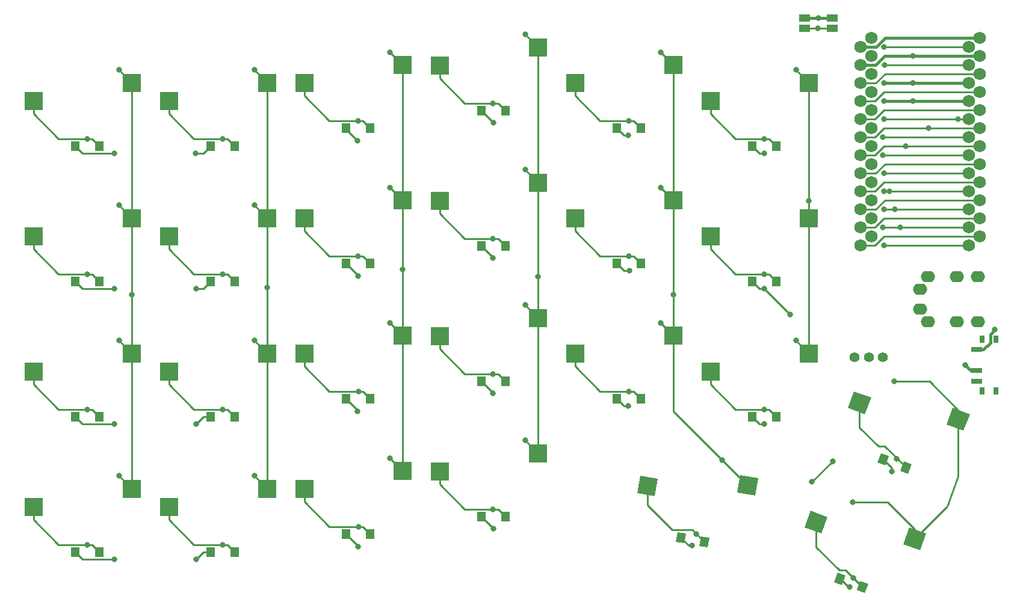
<source format=gbr>
%TF.GenerationSoftware,KiCad,Pcbnew,5.1.6-c6e7f7d~87~ubuntu20.04.1*%
%TF.CreationDate,2020-08-25T07:17:55-05:00*%
%TF.ProjectId,keaboard_rev1,6b656162-6f61-4726-945f-726576312e6b,rev?*%
%TF.SameCoordinates,Original*%
%TF.FileFunction,Copper,L2,Bot*%
%TF.FilePolarity,Positive*%
%FSLAX46Y46*%
G04 Gerber Fmt 4.6, Leading zero omitted, Abs format (unit mm)*
G04 Created by KiCad (PCBNEW 5.1.6-c6e7f7d~87~ubuntu20.04.1) date 2020-08-25 07:17:55*
%MOMM*%
%LPD*%
G01*
G04 APERTURE LIST*
%TA.AperFunction,ComponentPad*%
%ADD10C,1.752600*%
%TD*%
%TA.AperFunction,SMDPad,CuDef*%
%ADD11R,0.800000X1.000000*%
%TD*%
%TA.AperFunction,SMDPad,CuDef*%
%ADD12R,1.500000X0.700000*%
%TD*%
%TA.AperFunction,ComponentPad*%
%ADD13C,1.397000*%
%TD*%
%TA.AperFunction,SMDPad,CuDef*%
%ADD14R,2.550000X2.500000*%
%TD*%
%TA.AperFunction,SMDPad,CuDef*%
%ADD15R,1.650000X1.050000*%
%TD*%
%TA.AperFunction,ComponentPad*%
%ADD16C,0.900000*%
%TD*%
%TA.AperFunction,ComponentPad*%
%ADD17O,2.000000X1.600000*%
%TD*%
%TA.AperFunction,SMDPad,CuDef*%
%ADD18R,1.200000X1.400000*%
%TD*%
%TA.AperFunction,SMDPad,CuDef*%
%ADD19C,0.100000*%
%TD*%
%TA.AperFunction,ViaPad*%
%ADD20C,0.800000*%
%TD*%
%TA.AperFunction,Conductor*%
%ADD21C,0.254000*%
%TD*%
%TA.AperFunction,Conductor*%
%ADD22C,0.381000*%
%TD*%
G04 APERTURE END LIST*
D10*
%TO.P,U1,2*%
%TO.N,Net-(U1-Pad2)*%
X162544000Y-34477000D03*
%TO.P,U1,20*%
%TO.N,Net-(U1-Pad20)*%
X147304000Y-42097000D03*
%TO.P,U1,19*%
%TO.N,TRRS_TIP*%
X147304000Y-44637000D03*
%TO.P,U1,21*%
%TO.N,Net-(U1-Pad21)*%
X147304000Y-39557000D03*
%TO.P,U1,22*%
%TO.N,RESET*%
X147304000Y-37017000D03*
%TO.P,U1,23*%
%TO.N,GND*%
X147304000Y-34477000D03*
%TO.P,U1,12*%
%TO.N,COL1*%
X162544000Y-59877000D03*
%TO.P,U1,24*%
%TO.N,RAW*%
X147304000Y-31937000D03*
%TO.P,U1,3*%
%TO.N,GND*%
X162544000Y-37017000D03*
%TO.P,U1,5*%
%TO.N,TRRS_SLEEVE*%
X162544000Y-42097000D03*
%TO.P,U1,4*%
%TO.N,GND*%
X162544000Y-39557000D03*
%TO.P,U1,15*%
%TO.N,COL4*%
X147304000Y-54797000D03*
%TO.P,U1,14*%
%TO.N,COL3*%
X147304000Y-57337000D03*
%TO.P,U1,13*%
%TO.N,COL2*%
X147304000Y-59877000D03*
%TO.P,U1,18*%
%TO.N,COL7*%
X147304000Y-47177000D03*
%TO.P,U1,17*%
%TO.N,COL6*%
X147304000Y-49717000D03*
%TO.P,U1,16*%
%TO.N,COL5*%
X147304000Y-52257000D03*
%TO.P,U1,10*%
%TO.N,ROW3*%
X162544000Y-54797000D03*
%TO.P,U1,11*%
%TO.N,ROW4*%
X162544000Y-57337000D03*
%TO.P,U1,6*%
%TO.N,Net-(U1-Pad6)*%
X162544000Y-44637000D03*
%TO.P,U1,1*%
%TO.N,Net-(U1-Pad1)*%
X162544000Y-31937000D03*
%TO.P,U1,7*%
%TO.N,Net-(U1-Pad7)*%
X162544000Y-47177000D03*
%TO.P,U1,9*%
%TO.N,ROW2*%
X162544000Y-52257000D03*
%TO.P,U1,8*%
%TO.N,ROW1*%
X162544000Y-49717000D03*
%TO.P,U1,1*%
%TO.N,Net-(U1-Pad1)*%
X148844000Y-30607000D03*
%TO.P,U1,2*%
%TO.N,Net-(U1-Pad2)*%
X148844000Y-33147000D03*
%TO.P,U1,3*%
%TO.N,GND*%
X148844000Y-35687000D03*
%TO.P,U1,4*%
X148844000Y-38227000D03*
%TO.P,U1,5*%
%TO.N,TRRS_SLEEVE*%
X148844000Y-40767000D03*
%TO.P,U1,6*%
%TO.N,Net-(U1-Pad6)*%
X148844000Y-43307000D03*
%TO.P,U1,7*%
%TO.N,Net-(U1-Pad7)*%
X148844000Y-45847000D03*
%TO.P,U1,8*%
%TO.N,ROW1*%
X148844000Y-48387000D03*
%TO.P,U1,9*%
%TO.N,ROW2*%
X148844000Y-50927000D03*
%TO.P,U1,10*%
%TO.N,ROW3*%
X148844000Y-53467000D03*
%TO.P,U1,11*%
%TO.N,ROW4*%
X148844000Y-56007000D03*
%TO.P,U1,13*%
%TO.N,COL2*%
X164084000Y-58547000D03*
%TO.P,U1,14*%
%TO.N,COL3*%
X164084000Y-56007000D03*
%TO.P,U1,15*%
%TO.N,COL4*%
X164084000Y-53467000D03*
%TO.P,U1,16*%
%TO.N,COL5*%
X164084000Y-50927000D03*
%TO.P,U1,17*%
%TO.N,COL6*%
X164084000Y-48387000D03*
%TO.P,U1,18*%
%TO.N,COL7*%
X164084000Y-45847000D03*
%TO.P,U1,19*%
%TO.N,TRRS_TIP*%
X164084000Y-43307000D03*
%TO.P,U1,20*%
%TO.N,Net-(U1-Pad20)*%
X164084000Y-40767000D03*
%TO.P,U1,21*%
%TO.N,Net-(U1-Pad21)*%
X164084000Y-38227000D03*
%TO.P,U1,22*%
%TO.N,RESET*%
X164084000Y-35687000D03*
%TO.P,U1,23*%
%TO.N,GND*%
X164084000Y-33147000D03*
%TO.P,U1,12*%
%TO.N,COL1*%
X148844000Y-58547000D03*
%TO.P,U1,24*%
%TO.N,RAW*%
X164084000Y-30607000D03*
%TD*%
D11*
%TO.P,SW_PWR1,S1*%
%TO.N,N/C*%
X164389000Y-73058000D03*
D12*
%TO.P,SW_PWR1,1*%
%TO.N,RAW*%
X163604000Y-74458000D03*
D11*
%TO.P,SW_PWR1,S2*%
%TO.N,N/C*%
X166319000Y-73058000D03*
%TO.P,SW_PWR1,S4*%
X164389000Y-80358000D03*
D12*
%TO.P,SW_PWR1,3*%
%TO.N,Net-(SW_PWR1-Pad3)*%
X163604000Y-78958000D03*
D11*
%TO.P,SW_PWR1,S3*%
%TO.N,N/C*%
X166319000Y-80358000D03*
D12*
%TO.P,SW_PWR1,2*%
%TO.N,Net-(BAT1-Pad1)*%
X163604000Y-77458000D03*
%TD*%
D13*
%TO.P,BAT1,2*%
%TO.N,GND*%
X150431001Y-75565000D03*
%TO.P,BAT1,1*%
%TO.N,Net-(BAT1-Pad1)*%
X148431000Y-75565000D03*
%TO.P,BAT1,2*%
%TO.N,GND*%
X146430999Y-75565000D03*
%TD*%
D14*
%TO.P,K23,2*%
%TO.N,Net-(D23-Pad2)*%
X126161000Y-77597000D03*
%TO.P,K23,1*%
%TO.N,COL6*%
X140011000Y-75057000D03*
%TD*%
D15*
%TO.P,SW_RST1,4*%
%TO.N,RESET*%
X139426000Y-29300000D03*
%TO.P,SW_RST1,2*%
%TO.N,GND*%
X139426000Y-27850000D03*
%TO.P,SW_RST1,1*%
X143276000Y-27850000D03*
%TO.P,SW_RST1,3*%
%TO.N,RESET*%
X143276000Y-29300000D03*
D16*
%TO.P,SW_RST1,1*%
%TO.N,GND*%
X143376000Y-27775000D03*
%TO.P,SW_RST1,2*%
X139326000Y-27775000D03*
%TD*%
D14*
%TO.P,K22,1*%
%TO.N,COL6*%
X140011000Y-56007000D03*
%TO.P,K22,2*%
%TO.N,Net-(D22-Pad2)*%
X126161000Y-58547000D03*
%TD*%
%TO.P,K21,2*%
%TO.N,Net-(D21-Pad2)*%
X126161000Y-39497000D03*
%TO.P,K21,1*%
%TO.N,COL6*%
X140011000Y-36957000D03*
%TD*%
%TO.P,K01,1*%
%TO.N,COL1*%
X44761000Y-36957000D03*
%TO.P,K01,2*%
%TO.N,Net-(D01-Pad2)*%
X30911000Y-39497000D03*
%TD*%
D17*
%TO.P,TRRS1,R1*%
%TO.N,Net-(TRRS1-PadR1)*%
X160805000Y-64246000D03*
%TO.P,TRRS1,S*%
%TO.N,GND*%
X155705000Y-68846000D03*
%TO.P,TRRS1,R2*%
%TO.N,TRRS_SLEEVE*%
X163805000Y-64246000D03*
%TO.P,TRRS1,T*%
%TO.N,TRRS_TIP*%
X156805000Y-64246000D03*
%TO.P,TRRS1,R1*%
%TO.N,Net-(TRRS1-PadR1)*%
X160805000Y-70626000D03*
%TO.P,TRRS1,R2*%
%TO.N,TRRS_SLEEVE*%
X163805000Y-70626000D03*
%TO.P,TRRS1,T*%
%TO.N,TRRS_TIP*%
X156805000Y-70626000D03*
%TO.P,TRRS1,S*%
%TO.N,GND*%
X155705000Y-66026000D03*
%TD*%
D18*
%TO.P,D01,2*%
%TO.N,Net-(D01-Pad2)*%
X40181000Y-45847000D03*
%TO.P,D01,1*%
%TO.N,ROW1*%
X36781000Y-45847000D03*
%TD*%
%TO.P,D02,2*%
%TO.N,Net-(D02-Pad2)*%
X40181000Y-64897000D03*
%TO.P,D02,1*%
%TO.N,ROW2*%
X36781000Y-64897000D03*
%TD*%
%TO.P,D03,2*%
%TO.N,Net-(D03-Pad2)*%
X40181000Y-83947000D03*
%TO.P,D03,1*%
%TO.N,ROW3*%
X36781000Y-83947000D03*
%TD*%
%TO.P,D04,2*%
%TO.N,Net-(D04-Pad2)*%
X40181000Y-102997000D03*
%TO.P,D04,1*%
%TO.N,ROW4*%
X36781000Y-102997000D03*
%TD*%
%TO.P,D05,2*%
%TO.N,Net-(D05-Pad2)*%
X59231000Y-45847000D03*
%TO.P,D05,1*%
%TO.N,ROW1*%
X55831000Y-45847000D03*
%TD*%
%TO.P,D06,1*%
%TO.N,ROW2*%
X55831000Y-64897000D03*
%TO.P,D06,2*%
%TO.N,Net-(D06-Pad2)*%
X59231000Y-64897000D03*
%TD*%
%TO.P,D07,2*%
%TO.N,Net-(D07-Pad2)*%
X59231000Y-83947000D03*
%TO.P,D07,1*%
%TO.N,ROW3*%
X55831000Y-83947000D03*
%TD*%
%TO.P,D08,2*%
%TO.N,Net-(D08-Pad2)*%
X59231000Y-102997000D03*
%TO.P,D08,1*%
%TO.N,ROW4*%
X55831000Y-102997000D03*
%TD*%
%TO.P,D09,1*%
%TO.N,ROW1*%
X74881000Y-43347000D03*
%TO.P,D09,2*%
%TO.N,Net-(D09-Pad2)*%
X78281000Y-43347000D03*
%TD*%
%TO.P,D10,2*%
%TO.N,Net-(D10-Pad2)*%
X78281000Y-62397000D03*
%TO.P,D10,1*%
%TO.N,ROW2*%
X74881000Y-62397000D03*
%TD*%
%TO.P,D11,1*%
%TO.N,ROW3*%
X74881000Y-81447000D03*
%TO.P,D11,2*%
%TO.N,Net-(D11-Pad2)*%
X78281000Y-81447000D03*
%TD*%
%TO.P,D12,1*%
%TO.N,ROW4*%
X74881000Y-100497000D03*
%TO.P,D12,2*%
%TO.N,Net-(D12-Pad2)*%
X78281000Y-100497000D03*
%TD*%
%TO.P,D13,2*%
%TO.N,Net-(D13-Pad2)*%
X97331000Y-40847000D03*
%TO.P,D13,1*%
%TO.N,ROW1*%
X93931000Y-40847000D03*
%TD*%
%TO.P,D14,1*%
%TO.N,ROW2*%
X93931000Y-59897000D03*
%TO.P,D14,2*%
%TO.N,Net-(D14-Pad2)*%
X97331000Y-59897000D03*
%TD*%
%TO.P,D15,1*%
%TO.N,ROW3*%
X93931000Y-78947000D03*
%TO.P,D15,2*%
%TO.N,Net-(D15-Pad2)*%
X97331000Y-78947000D03*
%TD*%
%TO.P,D16,2*%
%TO.N,Net-(D16-Pad2)*%
X97331000Y-97997000D03*
%TO.P,D16,1*%
%TO.N,ROW4*%
X93931000Y-97997000D03*
%TD*%
%TO.P,D17,2*%
%TO.N,Net-(D17-Pad2)*%
X116381000Y-43347000D03*
%TO.P,D17,1*%
%TO.N,ROW1*%
X112981000Y-43347000D03*
%TD*%
%TO.P,D18,2*%
%TO.N,Net-(D18-Pad2)*%
X116381000Y-62397000D03*
%TO.P,D18,1*%
%TO.N,ROW2*%
X112981000Y-62397000D03*
%TD*%
%TO.P,D19,1*%
%TO.N,ROW3*%
X112981000Y-81447000D03*
%TO.P,D19,2*%
%TO.N,Net-(D19-Pad2)*%
X116381000Y-81447000D03*
%TD*%
%TA.AperFunction,SMDPad,CuDef*%
D19*
%TO.P,D20,1*%
%TO.N,ROW4*%
G36*
X121277916Y-101584005D02*
G01*
X121521023Y-100205274D01*
X122702792Y-100413651D01*
X122459685Y-101792382D01*
X121277916Y-101584005D01*
G37*
%TD.AperFunction*%
%TA.AperFunction,SMDPad,CuDef*%
%TO.P,D20,2*%
%TO.N,Net-(D20-Pad2)*%
G36*
X124626262Y-102174409D02*
G01*
X124869369Y-100795678D01*
X126051138Y-101004055D01*
X125808031Y-102382786D01*
X124626262Y-102174409D01*
G37*
%TD.AperFunction*%
%TD*%
D18*
%TO.P,D21,1*%
%TO.N,ROW1*%
X132031000Y-45847000D03*
%TO.P,D21,2*%
%TO.N,Net-(D21-Pad2)*%
X135431000Y-45847000D03*
%TD*%
%TO.P,D22,1*%
%TO.N,ROW2*%
X132031000Y-64897000D03*
%TO.P,D22,2*%
%TO.N,Net-(D22-Pad2)*%
X135431000Y-64897000D03*
%TD*%
%TO.P,D23,1*%
%TO.N,ROW3*%
X132031000Y-83947000D03*
%TO.P,D23,2*%
%TO.N,Net-(D23-Pad2)*%
X135431000Y-83947000D03*
%TD*%
%TA.AperFunction,SMDPad,CuDef*%
D19*
%TO.P,D24,1*%
%TO.N,ROW3*%
G36*
X149680086Y-90410433D02*
G01*
X150158915Y-89094863D01*
X151286546Y-89505287D01*
X150807717Y-90820857D01*
X149680086Y-90410433D01*
G37*
%TD.AperFunction*%
%TA.AperFunction,SMDPad,CuDef*%
%TO.P,D24,2*%
%TO.N,Net-(D24-Pad2)*%
G36*
X152875040Y-91573301D02*
G01*
X153353869Y-90257731D01*
X154481500Y-90668155D01*
X154002671Y-91983725D01*
X152875040Y-91573301D01*
G37*
%TD.AperFunction*%
%TD*%
%TA.AperFunction,SMDPad,CuDef*%
%TO.P,D25,2*%
%TO.N,Net-(D25-Pad2)*%
G36*
X146752488Y-108394874D02*
G01*
X147231317Y-107079304D01*
X148358948Y-107489728D01*
X147880119Y-108805298D01*
X146752488Y-108394874D01*
G37*
%TD.AperFunction*%
%TA.AperFunction,SMDPad,CuDef*%
%TO.P,D25,1*%
%TO.N,ROW4*%
G36*
X143557534Y-107232006D02*
G01*
X144036363Y-105916436D01*
X145163994Y-106326860D01*
X144685165Y-107642430D01*
X143557534Y-107232006D01*
G37*
%TD.AperFunction*%
%TD*%
D14*
%TO.P,K02,2*%
%TO.N,Net-(D02-Pad2)*%
X30911000Y-58547000D03*
%TO.P,K02,1*%
%TO.N,COL1*%
X44761000Y-56007000D03*
%TD*%
%TO.P,K03,2*%
%TO.N,Net-(D03-Pad2)*%
X30911000Y-77597000D03*
%TO.P,K03,1*%
%TO.N,COL1*%
X44761000Y-75057000D03*
%TD*%
%TO.P,K04,2*%
%TO.N,Net-(D04-Pad2)*%
X30911000Y-96647000D03*
%TO.P,K04,1*%
%TO.N,COL1*%
X44761000Y-94107000D03*
%TD*%
%TO.P,K05,2*%
%TO.N,Net-(D05-Pad2)*%
X49961000Y-39497000D03*
%TO.P,K05,1*%
%TO.N,COL2*%
X63811000Y-36957000D03*
%TD*%
%TO.P,K06,1*%
%TO.N,COL2*%
X63811000Y-56007000D03*
%TO.P,K06,2*%
%TO.N,Net-(D06-Pad2)*%
X49961000Y-58547000D03*
%TD*%
%TO.P,K07,1*%
%TO.N,COL2*%
X63811000Y-75057000D03*
%TO.P,K07,2*%
%TO.N,Net-(D07-Pad2)*%
X49961000Y-77597000D03*
%TD*%
%TO.P,K08,1*%
%TO.N,COL2*%
X63811000Y-94107000D03*
%TO.P,K08,2*%
%TO.N,Net-(D08-Pad2)*%
X49961000Y-96647000D03*
%TD*%
%TO.P,K09,1*%
%TO.N,COL3*%
X82861000Y-34457000D03*
%TO.P,K09,2*%
%TO.N,Net-(D09-Pad2)*%
X69011000Y-36997000D03*
%TD*%
%TO.P,K10,1*%
%TO.N,COL3*%
X82861000Y-53507000D03*
%TO.P,K10,2*%
%TO.N,Net-(D10-Pad2)*%
X69011000Y-56047000D03*
%TD*%
%TO.P,K11,1*%
%TO.N,COL3*%
X82861000Y-72557000D03*
%TO.P,K11,2*%
%TO.N,Net-(D11-Pad2)*%
X69011000Y-75097000D03*
%TD*%
%TO.P,K12,2*%
%TO.N,Net-(D12-Pad2)*%
X69011000Y-94147000D03*
%TO.P,K12,1*%
%TO.N,COL3*%
X82861000Y-91607000D03*
%TD*%
%TO.P,K13,1*%
%TO.N,COL4*%
X101911000Y-31957000D03*
%TO.P,K13,2*%
%TO.N,Net-(D13-Pad2)*%
X88061000Y-34497000D03*
%TD*%
%TO.P,K14,2*%
%TO.N,Net-(D14-Pad2)*%
X88061000Y-53547000D03*
%TO.P,K14,1*%
%TO.N,COL4*%
X101911000Y-51007000D03*
%TD*%
%TO.P,K15,2*%
%TO.N,Net-(D15-Pad2)*%
X88061000Y-72597000D03*
%TO.P,K15,1*%
%TO.N,COL4*%
X101911000Y-70057000D03*
%TD*%
%TO.P,K16,1*%
%TO.N,COL4*%
X101911000Y-89107000D03*
%TO.P,K16,2*%
%TO.N,Net-(D16-Pad2)*%
X88061000Y-91647000D03*
%TD*%
%TO.P,K17,2*%
%TO.N,Net-(D17-Pad2)*%
X107111000Y-36997000D03*
%TO.P,K17,1*%
%TO.N,COL5*%
X120961000Y-34457000D03*
%TD*%
%TO.P,K18,1*%
%TO.N,COL5*%
X120961000Y-53507000D03*
%TO.P,K18,2*%
%TO.N,Net-(D18-Pad2)*%
X107111000Y-56047000D03*
%TD*%
%TO.P,K19,2*%
%TO.N,Net-(D19-Pad2)*%
X107111000Y-75097000D03*
%TO.P,K19,1*%
%TO.N,COL5*%
X120961000Y-72557000D03*
%TD*%
%TA.AperFunction,SMDPad,CuDef*%
D19*
%TO.P,K20,1*%
%TO.N,COL5*%
G36*
X129920162Y-94639207D02*
G01*
X130354282Y-92177188D01*
X132865542Y-92619991D01*
X132431422Y-95082010D01*
X129920162Y-94639207D01*
G37*
%TD.AperFunction*%
%TA.AperFunction,SMDPad,CuDef*%
%TO.P,K20,2*%
%TO.N,Net-(D20-Pad2)*%
G36*
X115839509Y-94735592D02*
G01*
X116273629Y-92273573D01*
X118784889Y-92716376D01*
X118350769Y-95178395D01*
X115839509Y-94735592D01*
G37*
%TD.AperFunction*%
%TD*%
%TA.AperFunction,SMDPad,CuDef*%
%TO.P,K24,1*%
%TO.N,COL7*%
G36*
X159401687Y-85073563D02*
G01*
X160256737Y-82724332D01*
X162652953Y-83596483D01*
X161797903Y-85945714D01*
X159401687Y-85073563D01*
G37*
%TD.AperFunction*%
%TA.AperFunction,SMDPad,CuDef*%
%TO.P,K24,2*%
%TO.N,Net-(D24-Pad2)*%
G36*
X145518213Y-82723403D02*
G01*
X146373263Y-80374172D01*
X148769479Y-81246323D01*
X147914429Y-83595554D01*
X145518213Y-82723403D01*
G37*
%TD.AperFunction*%
%TD*%
%TA.AperFunction,SMDPad,CuDef*%
%TO.P,K25,2*%
%TO.N,Net-(D25-Pad2)*%
G36*
X139395661Y-99544976D02*
G01*
X140250711Y-97195745D01*
X142646927Y-98067896D01*
X141791877Y-100417127D01*
X139395661Y-99544976D01*
G37*
%TD.AperFunction*%
%TA.AperFunction,SMDPad,CuDef*%
%TO.P,K25,1*%
%TO.N,COL7*%
G36*
X153279135Y-101895136D02*
G01*
X154134185Y-99545905D01*
X156530401Y-100418056D01*
X155675351Y-102767287D01*
X153279135Y-101895136D01*
G37*
%TD.AperFunction*%
%TD*%
D20*
%TO.N,Net-(D01-Pad2)*%
X38492001Y-44819999D03*
%TO.N,ROW1*%
X150562000Y-49717000D03*
X42279999Y-46874001D03*
X53709999Y-46874001D03*
X76498500Y-45129500D03*
X95632000Y-42546000D03*
X114629999Y-44374001D03*
X133719999Y-46874001D03*
%TO.N,ROW2*%
X150562000Y-52257000D03*
X95568500Y-61659500D03*
X76562000Y-64116000D03*
X53836999Y-65924001D03*
X42279999Y-65924001D03*
X114756999Y-63424001D03*
X133719999Y-65924001D03*
X137402999Y-69607001D03*
X151324000Y-52257000D03*
%TO.N,ROW3*%
X150562000Y-54797000D03*
X42279999Y-84974001D03*
X53836999Y-84974001D03*
X76498500Y-83229500D03*
X95568500Y-80709500D03*
X114629999Y-82474001D03*
X133719999Y-84974001D03*
X151665128Y-91666872D03*
X152086000Y-54797000D03*
%TO.N,ROW4*%
X150435000Y-57337000D03*
X42279999Y-104024001D03*
X53836999Y-104024001D03*
X76562000Y-102216000D03*
X95632000Y-99696000D03*
X123559608Y-102119392D03*
X145776560Y-107969440D03*
X143347011Y-90205989D03*
X140462000Y-93091000D03*
X152848000Y-57337000D03*
%TO.N,COL1*%
X150562000Y-59877000D03*
X42954500Y-35150500D03*
X44761000Y-66745000D03*
X42954500Y-54200500D03*
X42954500Y-73250500D03*
X42954500Y-92300500D03*
%TO.N,COL2*%
X62004500Y-35150500D03*
X63811000Y-65729000D03*
X62004500Y-54200500D03*
X62004500Y-73250500D03*
X62004500Y-92300500D03*
%TO.N,COL3*%
X81054500Y-32650500D03*
X81054500Y-51700500D03*
X81054500Y-70750500D03*
X81054500Y-89800500D03*
X82861000Y-63189000D03*
%TO.N,COL4*%
X100104500Y-30150500D03*
X100104500Y-49200500D03*
X100104500Y-68250500D03*
X100104500Y-87300500D03*
X101911000Y-64205000D03*
%TO.N,COL5*%
X119154500Y-32650500D03*
X119154500Y-51700500D03*
X119154500Y-70750500D03*
X127847627Y-90084373D03*
X120961000Y-66745000D03*
%TO.N,COL6*%
X138204500Y-35150500D03*
X138204500Y-73250500D03*
X140011000Y-53537000D03*
%TO.N,COL7*%
X152019000Y-78994000D03*
X146177000Y-96012000D03*
X153670000Y-45847000D03*
%TO.N,GND*%
X141314000Y-27850000D03*
X150562000Y-39557000D03*
X150562000Y-37017000D03*
X154626000Y-39557000D03*
X154626000Y-37017000D03*
X154629199Y-33203801D03*
%TO.N,TRRS_SLEEVE*%
X150562000Y-42097000D03*
X160976000Y-42097000D03*
%TO.N,TRRS_TIP*%
X156845000Y-43307000D03*
%TO.N,Net-(U1-Pad2)*%
X150689000Y-34477000D03*
%TO.N,Net-(U1-Pad6)*%
X150435000Y-44637000D03*
%TO.N,Net-(U1-Pad1)*%
X150562000Y-31937000D03*
%TO.N,Net-(U1-Pad7)*%
X150435000Y-47177000D03*
%TO.N,Net-(D02-Pad2)*%
X38492001Y-63869999D03*
%TO.N,Net-(D03-Pad2)*%
X38492001Y-82919999D03*
%TO.N,Net-(D04-Pad2)*%
X38492001Y-101969999D03*
%TO.N,Net-(D05-Pad2)*%
X57542001Y-44819999D03*
%TO.N,Net-(D06-Pad2)*%
X57542001Y-63869999D03*
%TO.N,Net-(D07-Pad2)*%
X57542001Y-82919999D03*
%TO.N,Net-(D08-Pad2)*%
X57542001Y-101969999D03*
%TO.N,Net-(D09-Pad2)*%
X76552001Y-42319999D03*
%TO.N,Net-(D10-Pad2)*%
X76552001Y-61369999D03*
%TO.N,Net-(D11-Pad2)*%
X76679001Y-80419999D03*
%TO.N,Net-(D12-Pad2)*%
X76679001Y-99469999D03*
%TO.N,Net-(D13-Pad2)*%
X95562001Y-39819999D03*
%TO.N,Net-(D14-Pad2)*%
X95562001Y-58869999D03*
%TO.N,Net-(D15-Pad2)*%
X95562001Y-77919999D03*
%TO.N,Net-(D16-Pad2)*%
X95562001Y-96969999D03*
%TO.N,Net-(D17-Pad2)*%
X114652001Y-42319999D03*
%TO.N,Net-(D18-Pad2)*%
X114652001Y-61369999D03*
%TO.N,Net-(D19-Pad2)*%
X114652001Y-80419999D03*
%TO.N,Net-(D20-Pad2)*%
X124206234Y-100456766D03*
%TO.N,Net-(D21-Pad2)*%
X133742001Y-44819999D03*
%TO.N,Net-(D22-Pad2)*%
X133742001Y-63869999D03*
%TO.N,Net-(D23-Pad2)*%
X133742001Y-82919999D03*
%TO.N,Net-(D24-Pad2)*%
X152385279Y-89930721D03*
%TO.N,Net-(D25-Pad2)*%
X146298709Y-106685291D03*
%TO.N,RESET*%
X141261000Y-29300000D03*
%TO.N,Net-(BAT1-Pad1)*%
X162052000Y-76708000D03*
%TO.N,RAW*%
X166179500Y-71691500D03*
%TD*%
D21*
%TO.N,Net-(D01-Pad2)*%
X39153999Y-44819999D02*
X40181000Y-45847000D01*
X34440705Y-44819999D02*
X38492001Y-44819999D01*
X30911000Y-41290294D02*
X34440705Y-44819999D01*
X30911000Y-39497000D02*
X30911000Y-41290294D01*
X38492001Y-44819999D02*
X39153999Y-44819999D01*
%TO.N,ROW1*%
X162544000Y-49717000D02*
X151451000Y-49717000D01*
X37808001Y-46874001D02*
X36781000Y-45847000D01*
X42279999Y-46874001D02*
X37808001Y-46874001D01*
X54803999Y-46874001D02*
X55831000Y-45847000D01*
X53709999Y-46874001D02*
X54803999Y-46874001D01*
X74881000Y-43512000D02*
X76498500Y-45129500D01*
X74881000Y-43347000D02*
X74881000Y-43512000D01*
X95630000Y-42546000D02*
X93931000Y-40847000D01*
X95632000Y-42546000D02*
X95630000Y-42546000D01*
X114008001Y-44374001D02*
X112981000Y-43347000D01*
X114629999Y-44374001D02*
X114008001Y-44374001D01*
X133058001Y-46874001D02*
X132031000Y-45847000D01*
X133719999Y-46874001D02*
X133058001Y-46874001D01*
X151451000Y-49717000D02*
X150562000Y-49717000D01*
%TO.N,ROW2*%
X162544000Y-52257000D02*
X151324000Y-52257000D01*
X95568500Y-61534500D02*
X93931000Y-59897000D01*
X95568500Y-61659500D02*
X95568500Y-61534500D01*
X76562000Y-64078000D02*
X74881000Y-62397000D01*
X76562000Y-64116000D02*
X76562000Y-64078000D01*
X54803999Y-65924001D02*
X55831000Y-64897000D01*
X53836999Y-65924001D02*
X54803999Y-65924001D01*
X37808001Y-65924001D02*
X36781000Y-64897000D01*
X42279999Y-65924001D02*
X37808001Y-65924001D01*
X114008001Y-63424001D02*
X112981000Y-62397000D01*
X114756999Y-63424001D02*
X114008001Y-63424001D01*
X133058001Y-65924001D02*
X132031000Y-64897000D01*
X133719999Y-65924001D02*
X133058001Y-65924001D01*
X151324000Y-52257000D02*
X150562000Y-52257000D01*
X133719999Y-65924001D02*
X137402999Y-69607001D01*
X151324000Y-52257000D02*
X151324000Y-52257000D01*
%TO.N,ROW3*%
X162544000Y-54797000D02*
X152086000Y-54797000D01*
X37808001Y-84974001D02*
X36781000Y-83947000D01*
X42279999Y-84974001D02*
X37808001Y-84974001D01*
X54864000Y-83947000D02*
X53836999Y-84974001D01*
X55831000Y-83947000D02*
X54864000Y-83947000D01*
X76498500Y-83064500D02*
X74881000Y-81447000D01*
X76498500Y-83229500D02*
X76498500Y-83064500D01*
X95568500Y-80584500D02*
X93931000Y-78947000D01*
X95568500Y-80709500D02*
X95568500Y-80584500D01*
X151665128Y-91139672D02*
X150483316Y-89957860D01*
X151665128Y-91666872D02*
X151665128Y-91139672D01*
X114008001Y-82474001D02*
X112981000Y-81447000D01*
X114629999Y-82474001D02*
X114008001Y-82474001D01*
X133058001Y-84974001D02*
X132031000Y-83947000D01*
X133719999Y-84974001D02*
X133058001Y-84974001D01*
X152086000Y-54797000D02*
X150562000Y-54797000D01*
X152086000Y-54797000D02*
X152086000Y-54797000D01*
%TO.N,ROW4*%
X162417000Y-57337000D02*
X152848000Y-57337000D01*
X95630000Y-99696000D02*
X93931000Y-97997000D01*
X95632000Y-99696000D02*
X95630000Y-99696000D01*
X76562000Y-102178000D02*
X74881000Y-100497000D01*
X76562000Y-102216000D02*
X76562000Y-102178000D01*
X54864000Y-102997000D02*
X53836999Y-104024001D01*
X55831000Y-102997000D02*
X54864000Y-102997000D01*
X37808001Y-104024001D02*
X36781000Y-102997000D01*
X42279999Y-104024001D02*
X37808001Y-104024001D01*
X145550771Y-107969440D02*
X144360764Y-106779433D01*
X145776560Y-107969440D02*
X145550771Y-107969440D01*
X123110918Y-102119392D02*
X121990354Y-100998828D01*
X123559608Y-102119392D02*
X123110918Y-102119392D01*
X152848000Y-57337000D02*
X152848000Y-57337000D01*
X143347011Y-90205989D02*
X140462000Y-93091000D01*
X140462000Y-93091000D02*
X140462000Y-93091000D01*
X152848000Y-57337000D02*
X150435000Y-57337000D01*
%TO.N,COL1*%
X162544000Y-59877000D02*
X150562000Y-59877000D01*
X44761000Y-36957000D02*
X42954500Y-35150500D01*
X42954500Y-35150500D02*
X42933999Y-35129999D01*
X44761000Y-36957000D02*
X44761000Y-56007000D01*
X44761000Y-56007000D02*
X44761000Y-66745000D01*
X44761000Y-75057000D02*
X44761000Y-94107000D01*
X44761000Y-66745000D02*
X44761000Y-75057000D01*
X44761000Y-56007000D02*
X42954500Y-54200500D01*
X44761000Y-75057000D02*
X42954500Y-73250500D01*
X44761000Y-94107000D02*
X42954500Y-92300500D01*
%TO.N,COL2*%
X63811000Y-36957000D02*
X62004500Y-35150500D01*
X149294886Y-59877000D02*
X147304000Y-59877000D01*
X150624886Y-58547000D02*
X149294886Y-59877000D01*
X164084000Y-58547000D02*
X150624886Y-58547000D01*
X63811000Y-61630294D02*
X63811000Y-65729000D01*
X63811000Y-36957000D02*
X63811000Y-61630294D01*
X63811000Y-65729000D02*
X63811000Y-94107000D01*
X63811000Y-56007000D02*
X62004500Y-54200500D01*
X63811000Y-75057000D02*
X62004500Y-73250500D01*
X63811000Y-94107000D02*
X62004500Y-92300500D01*
%TO.N,COL3*%
X82861000Y-34457000D02*
X81054500Y-32650500D01*
X82861000Y-53507000D02*
X81054500Y-51700500D01*
X82861000Y-72557000D02*
X81054500Y-70750500D01*
X82861000Y-91607000D02*
X81054500Y-89800500D01*
X149294886Y-57337000D02*
X147304000Y-57337000D01*
X150624886Y-56007000D02*
X149294886Y-57337000D01*
X164084000Y-56007000D02*
X152908000Y-56007000D01*
X82861000Y-34457000D02*
X82861000Y-63189000D01*
X82861000Y-63189000D02*
X82861000Y-91607000D01*
X152908000Y-56007000D02*
X150624886Y-56007000D01*
%TO.N,COL4*%
X101911000Y-31957000D02*
X100104500Y-30150500D01*
X101911000Y-51007000D02*
X100104500Y-49200500D01*
X101911000Y-70057000D02*
X100104500Y-68250500D01*
X101911000Y-89107000D02*
X100104500Y-87300500D01*
X149428284Y-54797000D02*
X147304000Y-54797000D01*
X150758284Y-53467000D02*
X149428284Y-54797000D01*
X164084000Y-53467000D02*
X150758284Y-53467000D01*
X101911000Y-31957000D02*
X101911000Y-64205000D01*
X101911000Y-64205000D02*
X101911000Y-89107000D01*
%TO.N,COL5*%
X120961000Y-34457000D02*
X119154500Y-32650500D01*
X149294886Y-52257000D02*
X147304000Y-52257000D01*
X150624886Y-50927000D02*
X149294886Y-52257000D01*
X164084000Y-50927000D02*
X150624886Y-50927000D01*
X120961000Y-83197747D02*
X127847627Y-90084373D01*
X120961000Y-34457000D02*
X120961000Y-66745000D01*
X120961000Y-66745000D02*
X120961000Y-83197747D01*
X120961000Y-53507000D02*
X119154500Y-51700500D01*
X120961000Y-72557000D02*
X119154500Y-70750500D01*
X127847627Y-90084373D02*
X131392852Y-93629599D01*
X120961000Y-66745000D02*
X120961000Y-66745000D01*
%TO.N,COL6*%
X140011000Y-36957000D02*
X138204500Y-35150500D01*
X140011000Y-75057000D02*
X138204500Y-73250500D01*
X149419000Y-49717000D02*
X147304000Y-49717000D01*
X150749000Y-48387000D02*
X149419000Y-49717000D01*
X164084000Y-48387000D02*
X150749000Y-48387000D01*
X140011000Y-36957000D02*
X140011000Y-53537000D01*
X140011000Y-62681000D02*
X140011000Y-75057000D01*
X140011000Y-53537000D02*
X140011000Y-62681000D01*
%TO.N,COL7*%
X149294886Y-47177000D02*
X147304000Y-47177000D01*
X150624886Y-45847000D02*
X149294886Y-47177000D01*
X164084000Y-45847000D02*
X153797000Y-45847000D01*
X159499533Y-96561831D02*
X154904768Y-101156596D01*
X161027320Y-92329551D02*
X159499533Y-96561831D01*
X161027320Y-84335023D02*
X161027320Y-92329551D01*
X161027320Y-83004802D02*
X157016518Y-78994000D01*
X161027320Y-84335023D02*
X161027320Y-83004802D01*
X157016518Y-78994000D02*
X152019000Y-78994000D01*
X152019000Y-78994000D02*
X152019000Y-78994000D01*
X151090393Y-96012000D02*
X146177000Y-96012000D01*
X154904768Y-99826375D02*
X151090393Y-96012000D01*
X154904768Y-101156596D02*
X154904768Y-99826375D01*
X153797000Y-45847000D02*
X153670000Y-45847000D01*
X153670000Y-45847000D02*
X150624886Y-45847000D01*
D22*
%TO.N,GND*%
X143301000Y-27850000D02*
X143376000Y-27775000D01*
X139426000Y-27850000D02*
X143301000Y-27850000D01*
X149388866Y-34477000D02*
X147304000Y-34477000D01*
X150662065Y-33203801D02*
X149388866Y-34477000D01*
X163152065Y-33203801D02*
X154756199Y-33203801D01*
X163208866Y-33147000D02*
X163152065Y-33203801D01*
X164084000Y-33147000D02*
X163208866Y-33147000D01*
X162544000Y-37017000D02*
X161103000Y-37017000D01*
X162544000Y-39557000D02*
X154753000Y-39557000D01*
X161103000Y-37017000D02*
X154753000Y-37017000D01*
X154753000Y-39557000D02*
X154626000Y-39557000D01*
X154753000Y-37017000D02*
X154626000Y-37017000D01*
X154756199Y-33203801D02*
X154629199Y-33203801D01*
X154626000Y-39557000D02*
X150562000Y-39557000D01*
X154626000Y-37017000D02*
X150562000Y-37017000D01*
X154629199Y-33203801D02*
X150662065Y-33203801D01*
D21*
%TO.N,TRRS_SLEEVE*%
X162544000Y-42097000D02*
X161103000Y-42097000D01*
X161103000Y-42097000D02*
X160976000Y-42097000D01*
X160976000Y-42097000D02*
X150562000Y-42097000D01*
%TO.N,TRRS_TIP*%
X149294886Y-44637000D02*
X147304000Y-44637000D01*
X150624886Y-43307000D02*
X149294886Y-44637000D01*
X164084000Y-43307000D02*
X160401000Y-43307000D01*
X160401000Y-43307000D02*
X156845000Y-43307000D01*
X156845000Y-43307000D02*
X156845000Y-43307000D01*
X156845000Y-43307000D02*
X150624886Y-43307000D01*
%TO.N,Net-(U1-Pad2)*%
X162544000Y-34477000D02*
X150689000Y-34477000D01*
%TO.N,Net-(U1-Pad20)*%
X149294886Y-42097000D02*
X147304000Y-42097000D01*
X150624886Y-40767000D02*
X149294886Y-42097000D01*
X164084000Y-40767000D02*
X150624886Y-40767000D01*
%TO.N,Net-(U1-Pad21)*%
X149294886Y-39557000D02*
X147304000Y-39557000D01*
X150624886Y-38227000D02*
X149294886Y-39557000D01*
X164084000Y-38227000D02*
X150624886Y-38227000D01*
%TO.N,Net-(U1-Pad6)*%
X162544000Y-44637000D02*
X150435000Y-44637000D01*
%TO.N,Net-(U1-Pad1)*%
X162544000Y-31937000D02*
X150562000Y-31937000D01*
%TO.N,Net-(U1-Pad7)*%
X162544000Y-47177000D02*
X150435000Y-47177000D01*
%TO.N,Net-(D02-Pad2)*%
X39153999Y-63869999D02*
X40181000Y-64897000D01*
X34440705Y-63869999D02*
X38492001Y-63869999D01*
X30911000Y-60340294D02*
X34440705Y-63869999D01*
X30911000Y-58547000D02*
X30911000Y-60340294D01*
X38492001Y-63869999D02*
X39153999Y-63869999D01*
%TO.N,Net-(D03-Pad2)*%
X39153999Y-82919999D02*
X40181000Y-83947000D01*
X34440705Y-82919999D02*
X38492001Y-82919999D01*
X30911000Y-79390294D02*
X34440705Y-82919999D01*
X30911000Y-77597000D02*
X30911000Y-79390294D01*
X38492001Y-82919999D02*
X39153999Y-82919999D01*
%TO.N,Net-(D04-Pad2)*%
X39153999Y-101969999D02*
X40181000Y-102997000D01*
X34440705Y-101969999D02*
X38492001Y-101969999D01*
X30911000Y-98440294D02*
X34440705Y-101969999D01*
X30911000Y-96647000D02*
X30911000Y-98440294D01*
X38492001Y-101969999D02*
X39153999Y-101969999D01*
%TO.N,Net-(D05-Pad2)*%
X58203999Y-44819999D02*
X59231000Y-45847000D01*
X53490705Y-44819999D02*
X57542001Y-44819999D01*
X49961000Y-41290294D02*
X53490705Y-44819999D01*
X49961000Y-39497000D02*
X49961000Y-41290294D01*
X57542001Y-44819999D02*
X58203999Y-44819999D01*
%TO.N,Net-(D06-Pad2)*%
X58203999Y-63869999D02*
X59231000Y-64897000D01*
X53490705Y-63869999D02*
X57542001Y-63869999D01*
X49961000Y-60340294D02*
X53490705Y-63869999D01*
X49961000Y-58547000D02*
X49961000Y-60340294D01*
X57542001Y-63869999D02*
X58203999Y-63869999D01*
%TO.N,Net-(D07-Pad2)*%
X58203999Y-82919999D02*
X59231000Y-83947000D01*
X53490705Y-82919999D02*
X57542001Y-82919999D01*
X49961000Y-79390294D02*
X53490705Y-82919999D01*
X49961000Y-77597000D02*
X49961000Y-79390294D01*
X57542001Y-82919999D02*
X58203999Y-82919999D01*
%TO.N,Net-(D08-Pad2)*%
X58203999Y-101969999D02*
X59231000Y-102997000D01*
X49961000Y-98440294D02*
X53490705Y-101969999D01*
X53490705Y-101969999D02*
X57542001Y-101969999D01*
X49961000Y-96647000D02*
X49961000Y-98440294D01*
X57542001Y-101969999D02*
X58203999Y-101969999D01*
%TO.N,Net-(D09-Pad2)*%
X77253999Y-42319999D02*
X78281000Y-43347000D01*
X72540705Y-42319999D02*
X76552001Y-42319999D01*
X69011000Y-38790294D02*
X72540705Y-42319999D01*
X69011000Y-36997000D02*
X69011000Y-38790294D01*
X76552001Y-42319999D02*
X77253999Y-42319999D01*
%TO.N,Net-(D10-Pad2)*%
X77253999Y-61369999D02*
X78281000Y-62397000D01*
X69011000Y-57840294D02*
X72540705Y-61369999D01*
X72540705Y-61369999D02*
X76552001Y-61369999D01*
X69011000Y-56047000D02*
X69011000Y-57840294D01*
X76552001Y-61369999D02*
X77253999Y-61369999D01*
%TO.N,Net-(D11-Pad2)*%
X77253999Y-80419999D02*
X78281000Y-81447000D01*
X72540705Y-80419999D02*
X76679001Y-80419999D01*
X69011000Y-76890294D02*
X72540705Y-80419999D01*
X69011000Y-75097000D02*
X69011000Y-76890294D01*
X76679001Y-80419999D02*
X77253999Y-80419999D01*
%TO.N,Net-(D12-Pad2)*%
X77253999Y-99469999D02*
X78281000Y-100497000D01*
X72540705Y-99469999D02*
X76679001Y-99469999D01*
X69011000Y-95940294D02*
X72540705Y-99469999D01*
X69011000Y-94147000D02*
X69011000Y-95940294D01*
X76679001Y-99469999D02*
X77253999Y-99469999D01*
%TO.N,Net-(D13-Pad2)*%
X96303999Y-39819999D02*
X97331000Y-40847000D01*
X91590705Y-39819999D02*
X95562001Y-39819999D01*
X88061000Y-36290294D02*
X91590705Y-39819999D01*
X88061000Y-34497000D02*
X88061000Y-36290294D01*
X95562001Y-39819999D02*
X96303999Y-39819999D01*
%TO.N,Net-(D14-Pad2)*%
X96303999Y-58869999D02*
X97331000Y-59897000D01*
X91590705Y-58869999D02*
X95562001Y-58869999D01*
X88061000Y-55340294D02*
X91590705Y-58869999D01*
X88061000Y-53547000D02*
X88061000Y-55340294D01*
X95562001Y-58869999D02*
X96303999Y-58869999D01*
%TO.N,Net-(D15-Pad2)*%
X91590705Y-77919999D02*
X95562001Y-77919999D01*
X88061000Y-74390294D02*
X91590705Y-77919999D01*
X96303999Y-77919999D02*
X97331000Y-78947000D01*
X88061000Y-72597000D02*
X88061000Y-74390294D01*
X95562001Y-77919999D02*
X96303999Y-77919999D01*
%TO.N,Net-(D16-Pad2)*%
X96303999Y-96969999D02*
X97331000Y-97997000D01*
X91590705Y-96969999D02*
X95562001Y-96969999D01*
X88061000Y-93440294D02*
X91590705Y-96969999D01*
X88061000Y-91647000D02*
X88061000Y-93440294D01*
X95562001Y-96969999D02*
X96303999Y-96969999D01*
%TO.N,Net-(D17-Pad2)*%
X115353999Y-42319999D02*
X116381000Y-43347000D01*
X110640705Y-42319999D02*
X114652001Y-42319999D01*
X107111000Y-38790294D02*
X110640705Y-42319999D01*
X107111000Y-36997000D02*
X107111000Y-38790294D01*
X114652001Y-42319999D02*
X115353999Y-42319999D01*
%TO.N,Net-(D18-Pad2)*%
X115353999Y-61369999D02*
X116381000Y-62397000D01*
X110640705Y-61369999D02*
X114652001Y-61369999D01*
X107111000Y-57840294D02*
X110640705Y-61369999D01*
X107111000Y-56047000D02*
X107111000Y-57840294D01*
X114652001Y-61369999D02*
X115353999Y-61369999D01*
%TO.N,Net-(D19-Pad2)*%
X115353999Y-80419999D02*
X116381000Y-81447000D01*
X110640705Y-80419999D02*
X114652001Y-80419999D01*
X107111000Y-76890294D02*
X110640705Y-80419999D01*
X107111000Y-75097000D02*
X107111000Y-76890294D01*
X114652001Y-80419999D02*
X115353999Y-80419999D01*
%TO.N,Net-(D20-Pad2)*%
X123627732Y-99878264D02*
X124206234Y-100456766D01*
X120798495Y-99878264D02*
X123627732Y-99878264D01*
X117312199Y-96391968D02*
X120798495Y-99878264D01*
X117312199Y-93725984D02*
X117312199Y-96391968D01*
X124206234Y-100456766D02*
X125338700Y-101589232D01*
%TO.N,Net-(D21-Pad2)*%
X134403999Y-44819999D02*
X135431000Y-45847000D01*
X129690705Y-44819999D02*
X133742001Y-44819999D01*
X126161000Y-41290294D02*
X129690705Y-44819999D01*
X126161000Y-39497000D02*
X126161000Y-41290294D01*
X133742001Y-44819999D02*
X134403999Y-44819999D01*
%TO.N,Net-(D22-Pad2)*%
X134403999Y-63869999D02*
X135431000Y-64897000D01*
X129690705Y-63869999D02*
X133742001Y-63869999D01*
X126161000Y-60340294D02*
X129690705Y-63869999D01*
X126161000Y-58547000D02*
X126161000Y-60340294D01*
X133742001Y-63869999D02*
X134403999Y-63869999D01*
%TO.N,Net-(D23-Pad2)*%
X134403999Y-82919999D02*
X135431000Y-83947000D01*
X129690705Y-82919999D02*
X133742001Y-82919999D01*
X126161000Y-79390294D02*
X129690705Y-82919999D01*
X126161000Y-77597000D02*
X126161000Y-79390294D01*
X133742001Y-82919999D02*
X134403999Y-82919999D01*
%TO.N,Net-(D24-Pad2)*%
X150695542Y-88138000D02*
X153678270Y-91120728D01*
X149786342Y-88138000D02*
X150695542Y-88138000D01*
X147143846Y-85495504D02*
X149786342Y-88138000D01*
X147143846Y-81984863D02*
X147143846Y-85495504D01*
%TO.N,Net-(D25-Pad2)*%
X145202843Y-105589426D02*
X146298709Y-106685291D01*
X144293643Y-105589426D02*
X145202843Y-105589426D01*
X141021294Y-102317077D02*
X144293643Y-105589426D01*
X141021294Y-98806436D02*
X141021294Y-102317077D01*
X146298709Y-106685291D02*
X147555718Y-107942301D01*
%TO.N,RESET*%
X139426000Y-29300000D02*
X141261000Y-29300000D01*
X141261000Y-29300000D02*
X143276000Y-29300000D01*
X149428284Y-37017000D02*
X147304000Y-37017000D01*
X150758284Y-35687000D02*
X149428284Y-37017000D01*
X164084000Y-35687000D02*
X150758284Y-35687000D01*
D22*
%TO.N,Net-(BAT1-Pad1)*%
X163604000Y-77458000D02*
X162802000Y-77458000D01*
X162802000Y-77458000D02*
X162052000Y-76708000D01*
%TO.N,RAW*%
X146725801Y-31880199D02*
X146669000Y-31937000D01*
X149452065Y-31880199D02*
X147360801Y-31880199D01*
X150725264Y-30607000D02*
X149452065Y-31880199D01*
X164084000Y-30607000D02*
X150725264Y-30607000D01*
X166179500Y-71691500D02*
X165528499Y-72342501D01*
X164591902Y-74458000D02*
X163604000Y-74458000D01*
X165528499Y-72342501D02*
X165528499Y-73521403D01*
X165528499Y-73521403D02*
X164591902Y-74458000D01*
%TD*%
M02*

</source>
